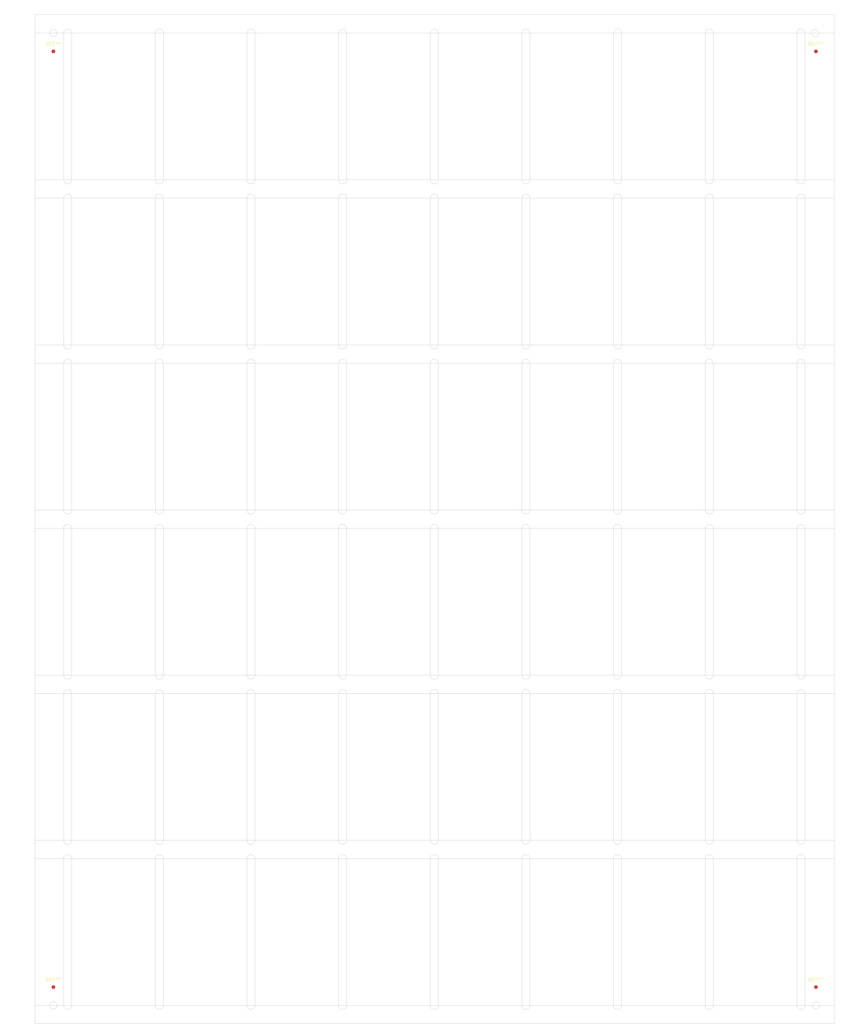
<source format=kicad_pcb>
(kicad_pcb (version 20211014) (generator pcbnew)
  (layers (0 "F.Cu" signal) (31 "B.Cu" signal) (34 "B.Paste" user) (35 "F.Paste" user) (36 "B.SilkS" user "B.Silkscreen") (37 "F.SilkS" user "F.Silkscreen") (38 "B.Mask" user) (39 "F.Mask" user) (44 "Edge.Cuts" user))
  (net 0 "")
  (footprint "Fiducial:Fiducial_1mm_Mask2mm" (layer "F.Cu") (at 5 10)
    (fp_text reference "REF**" (at 0 -2) (layer "F.SilkS"))
    (fp_text value "Fiducial_1mm_Mask2mm")
    (pad "" smd circle locked (at 0 0) (size 1 1) (layers "F.Cu" "F.Mask") (clearance 0.5))
  )
  (footprint "Fiducial:Fiducial_1mm_Mask2mm" (layer "F.Cu") (at 213 10)
    (fp_text reference "REF**" (at 0 -2) (layer "F.SilkS"))
    (fp_text value "Fiducial_1mm_Mask2mm")
    (pad "" smd circle locked (at 0 0) (size 1 1) (layers "F.Cu" "F.Mask") (clearance 0.5))
  )
  (footprint "Fiducial:Fiducial_1mm_Mask2mm" (layer "F.Cu") (at 5 265)
    (fp_text reference "REF**" (at 0 -2) (layer "F.SilkS"))
    (fp_text value "Fiducial_1mm_Mask2mm")
    (pad "" smd circle locked (at 0 0) (size 1 1) (layers "F.Cu" "F.Mask") (clearance 0.5))
  )
  (footprint "Fiducial:Fiducial_1mm_Mask2mm" (layer "F.Cu") (at 213 265)
    (fp_text reference "REF**" (at 0 -2) (layer "F.SilkS"))
    (fp_text value "Fiducial_1mm_Mask2mm")
    (pad "" smd circle locked (at 0 0) (size 1 1) (layers "F.Cu" "F.Mask") (clearance 0.5))
  )
  (gr_line (start 0 0) (end 0 275) (layer "Edge.Cuts") (width 0.1))
  (gr_line (start 0 0) (end 218 0) (layer "Edge.Cuts") (width 0.1))
  (gr_line (start 32.8 5) (end 32.8 45) (layer "Edge.Cuts") (width 0.1))
  (gr_line (start 82.8 5) (end 82.8 45) (layer "Edge.Cuts") (width 0.1))
  (gr_line (start 132.8 5) (end 132.8 45) (layer "Edge.Cuts") (width 0.1))
  (gr_line (start 182.8 5) (end 182.8 45) (layer "Edge.Cuts") (width 0.1))
  (gr_line (start 0 275) (end 218 275) (layer "Edge.Cuts") (width 0.1))
  (gr_line (start 0 135) (end 218 135) (layer "Edge.Cuts") (width 0.1))
  (gr_line (start 0 45) (end 218 45) (layer "Edge.Cuts") (width 0.1))
  (gr_line (start 0 90) (end 218 90) (layer "Edge.Cuts") (width 0.1))
  (gr_line (start 0 95) (end 218 95) (layer "Edge.Cuts") (width 0.1))
  (gr_line (start 0 180) (end 218 180) (layer "Edge.Cuts") (width 0.1))
  (gr_line (start 0 185) (end 218 185) (layer "Edge.Cuts") (width 0.1))
  (gr_line (start 0 230) (end 218 230) (layer "Edge.Cuts") (width 0.1))
  (gr_circle (center 5 270) (end 6 270) (layer "Edge.Cuts") (width 0.1) (fill none))
  (gr_circle (center 213 270) (end 214 270) (layer "Edge.Cuts") (width 0.1) (fill none))
  (gr_line (start 0 50) (end 218 50) (layer "Edge.Cuts") (width 0.1))
  (gr_line (start 0 140) (end 218 140) (layer "Edge.Cuts") (width 0.1))
  (gr_line (start 0 225) (end 218 225) (layer "Edge.Cuts") (width 0.1))
  (gr_line (start 57.8 5) (end 57.8 45) (layer "Edge.Cuts") (width 0.1))
  (gr_line (start 107.8 5) (end 107.8 45) (layer "Edge.Cuts") (width 0.1))
  (gr_line (start 157.8 5) (end 157.8 45) (layer "Edge.Cuts") (width 0.1))
  (gr_arc (start 32.8 95) (mid 33.9 93.9) (end 35 95) (layer "Edge.Cuts") (width 0.1))
  (gr_arc (start 10 225) (mid 8.9 226.1) (end 7.8 225) (layer "Edge.Cuts") (width 0.1))
  (gr_line (start 107.8 95) (end 107.8 135) (layer "Edge.Cuts") (width 0.1))
  (gr_arc (start 57.8 140) (mid 58.9 138.9) (end 60 140) (layer "Edge.Cuts") (width 0.1))
  (gr_arc (start 60 225) (mid 58.9 226.1) (end 57.8 225) (layer "Edge.Cuts") (width 0.1))
  (gr_arc (start 7.8 230) (mid 8.9 228.9) (end 10 230) (layer "Edge.Cuts") (width 0.1))
  (gr_arc (start 160 45) (mid 158.9 46.1) (end 157.8 45) (layer "Edge.Cuts") (width 0.1))
  (gr_line (start 135 95) (end 135 135) (layer "Edge.Cuts") (width 0.1))
  (gr_line (start 60 185) (end 60 225) (layer "Edge.Cuts") (width 0.1))
  (gr_line (start 160 5) (end 160 45) (layer "Edge.Cuts") (width 0.1))
  (gr_line (start 35 95) (end 35 135) (layer "Edge.Cuts") (width 0.1))
  (gr_arc (start 207.8 50) (mid 208.9 48.9) (end 210 50) (layer "Edge.Cuts") (width 0.1))
  (gr_arc (start 107.8 95) (mid 108.9 93.9) (end 110 95) (layer "Edge.Cuts") (width 0.1))
  (gr_arc (start 160 135) (mid 158.9 136.1) (end 157.8 135) (layer "Edge.Cuts") (width 0.1))
  (gr_arc (start 85 225) (mid 83.9 226.1) (end 82.8 225) (layer "Edge.Cuts") (width 0.1))
  (gr_line (start 210 50) (end 210 90) (layer "Edge.Cuts") (width 0.1))
  (gr_arc (start 210 225) (mid 208.9 226.1) (end 207.8 225) (layer "Edge.Cuts") (width 0.1))
  (gr_line (start 57.8 95) (end 57.8 135) (layer "Edge.Cuts") (width 0.1))
  (gr_arc (start 185 180) (mid 183.9 181.1) (end 182.8 180) (layer "Edge.Cuts") (width 0.1))
  (gr_arc (start 60 45) (mid 58.9 46.1) (end 57.8 45) (layer "Edge.Cuts") (width 0.1))
  (gr_arc (start 110 45) (mid 108.9 46.1) (end 107.8 45) (layer "Edge.Cuts") (width 0.1))
  (gr_line (start 57.8 185) (end 57.8 225) (layer "Edge.Cuts") (width 0.1))
  (gr_line (start 132.8 230) (end 132.8 270) (layer "Edge.Cuts") (width 0.1))
  (gr_arc (start 35 45) (mid 33.9 46.1) (end 32.8 45) (layer "Edge.Cuts") (width 0.1))
  (gr_line (start 7.8 230) (end 7.8 270) (layer "Edge.Cuts") (width 0.1))
  (gr_arc (start 135 90) (mid 133.9 91.1) (end 132.8 90) (layer "Edge.Cuts") (width 0.1))
  (gr_line (start 32.8 140) (end 32.8 180) (layer "Edge.Cuts") (width 0.1))
  (gr_line (start 210 5) (end 210 45) (layer "Edge.Cuts") (width 0.1))
  (gr_line (start 157.8 140) (end 157.8 180) (layer "Edge.Cuts") (width 0.1))
  (gr_line (start 207.8 230) (end 207.8 270) (layer "Edge.Cuts") (width 0.1))
  (gr_arc (start 182.8 95) (mid 183.9 93.9) (end 185 95) (layer "Edge.Cuts") (width 0.1))
  (gr_line (start 10 140) (end 10 180) (layer "Edge.Cuts") (width 0.1))
  (gr_arc (start 110 180) (mid 108.9 181.1) (end 107.8 180) (layer "Edge.Cuts") (width 0.1))
  (gr_arc (start 85 135) (mid 83.9 136.1) (end 82.8 135) (layer "Edge.Cuts") (width 0.1))
  (gr_line (start 135 5) (end 135 45) (layer "Edge.Cuts") (width 0.1))
  (gr_line (start 82.8 140) (end 82.8 180) (layer "Edge.Cuts") (width 0.1))
  (gr_line (start 0 5) (end 218 5) (layer "Edge.Cuts") (width 0.1))
  (gr_arc (start 85 180) (mid 83.9 181.1) (end 82.8 180) (layer "Edge.Cuts") (width 0.1))
  (gr_arc (start 82.8 185) (mid 83.9 183.9) (end 85 185) (layer "Edge.Cuts") (width 0.1))
  (gr_line (start 182.8 185) (end 182.8 225) (layer "Edge.Cuts") (width 0.1))
  (gr_arc (start 160 270) (mid 158.9 271.1) (end 157.8 270) (layer "Edge.Cuts") (width 0.1))
  (gr_arc (start 157.8 140) (mid 158.9 138.9) (end 160 140) (layer "Edge.Cuts") (width 0.1))
  (gr_arc (start 132.8 230) (mid 133.9 228.9) (end 135 230) (layer "Edge.Cuts") (width 0.1))
  (gr_arc (start 85 270) (mid 83.9 271.1) (end 82.8 270) (layer "Edge.Cuts") (width 0.1))
  (gr_arc (start 185 135) (mid 183.9 136.1) (end 182.8 135) (layer "Edge.Cuts") (width 0.1))
  (gr_line (start 135 230) (end 135 270) (layer "Edge.Cuts") (width 0.1))
  (gr_arc (start 107.8 230) (mid 108.9 228.9) (end 110 230) (layer "Edge.Cuts") (width 0.1))
  (gr_line (start 135 140) (end 135 180) (layer "Edge.Cuts") (width 0.1))
  (gr_line (start 207.8 95) (end 207.8 135) (layer "Edge.Cuts") (width 0.1))
  (gr_arc (start 35 225) (mid 33.9 226.1) (end 32.8 225) (layer "Edge.Cuts") (width 0.1))
  (gr_line (start 132.8 95) (end 132.8 135) (layer "Edge.Cuts") (width 0.1))
  (gr_arc (start 132.8 95) (mid 133.9 93.9) (end 135 95) (layer "Edge.Cuts") (width 0.1))
  (gr_line (start 82.8 230) (end 82.8 270) (layer "Edge.Cuts") (width 0.1))
  (gr_arc (start 32.8 50) (mid 33.9 48.9) (end 35 50) (layer "Edge.Cuts") (width 0.1))
  (gr_arc (start 135 45) (mid 133.9 46.1) (end 132.8 45) (layer "Edge.Cuts") (width 0.1))
  (gr_line (start 110 230) (end 110 270) (layer "Edge.Cuts") (width 0.1))
  (gr_line (start 35 230) (end 35 270) (layer "Edge.Cuts") (width 0.1))
  (gr_line (start 182.8 95) (end 182.8 135) (layer "Edge.Cuts") (width 0.1))
  (gr_arc (start 160 90) (mid 158.9 91.1) (end 157.8 90) (layer "Edge.Cuts") (width 0.1))
  (gr_line (start 57.8 50) (end 57.8 90) (layer "Edge.Cuts") (width 0.1))
  (gr_line (start 157.8 50) (end 157.8 90) (layer "Edge.Cuts") (width 0.1))
  (gr_arc (start 35 180) (mid 33.9 181.1) (end 32.8 180) (layer "Edge.Cuts") (width 0.1))
  (gr_line (start 57.8 140) (end 57.8 180) (layer "Edge.Cuts") (width 0.1))
  (gr_line (start 132.8 140) (end 132.8 180) (layer "Edge.Cuts") (width 0.1))
  (gr_arc (start 32.8 140) (mid 33.9 138.9) (end 35 140) (layer "Edge.Cuts") (width 0.1))
  (gr_line (start 35 140) (end 35 180) (layer "Edge.Cuts") (width 0.1))
  (gr_line (start 182.8 50) (end 182.8 90) (layer "Edge.Cuts") (width 0.1))
  (gr_line (start 35 50) (end 35 90) (layer "Edge.Cuts") (width 0.1))
  (gr_line (start 35 5) (end 35 45) (layer "Edge.Cuts") (width 0.1))
  (gr_arc (start 57.8 185) (mid 58.9 183.9) (end 60 185) (layer "Edge.Cuts") (width 0.1))
  (gr_arc (start 210 135) (mid 208.9 136.1) (end 207.8 135) (layer "Edge.Cuts") (width 0.1))
  (gr_line (start 7.8 140) (end 7.8 180) (layer "Edge.Cuts") (width 0.1))
  (gr_line (start 60 140) (end 60 180) (layer "Edge.Cuts") (width 0.1))
  (gr_arc (start 135 180) (mid 133.9 181.1) (end 132.8 180) (layer "Edge.Cuts") (width 0.1))
  (gr_line (start 185 95) (end 185 135) (layer "Edge.Cuts") (width 0.1))
  (gr_arc (start 35 270) (mid 33.9 271.1) (end 32.8 270) (layer "Edge.Cuts") (width 0.1))
  (gr_line (start 10 95) (end 10 135) (layer "Edge.Cuts") (width 0.1))
  (gr_line (start 218 0) (end 218 275) (layer "Edge.Cuts") (width 0.1))
  (gr_line (start 157.8 185) (end 157.8 225) (layer "Edge.Cuts") (width 0.1))
  (gr_arc (start 7.8 185) (mid 8.9 183.9) (end 10 185) (layer "Edge.Cuts") (width 0.1))
  (gr_arc (start 10 135) (mid 8.9 136.1) (end 7.8 135) (layer "Edge.Cuts") (width 0.1))
  (gr_arc (start 35 135) (mid 33.9 136.1) (end 32.8 135) (layer "Edge.Cuts") (width 0.1))
  (gr_line (start 210 95) (end 210 135) (layer "Edge.Cuts") (width 0.1))
  (gr_arc (start 7.8 95) (mid 8.9 93.9) (end 10 95) (layer "Edge.Cuts") (width 0.1))
  (gr_line (start 207.8 185) (end 207.8 225) (layer "Edge.Cuts") (width 0.1))
  (gr_arc (start 57.8 230) (mid 58.9 228.9) (end 60 230) (layer "Edge.Cuts") (width 0.1))
  (gr_arc (start 110 90) (mid 108.9 91.1) (end 107.8 90) (layer "Edge.Cuts") (width 0.1))
  (gr_arc (start 60 270) (mid 58.9 271.1) (end 57.8 270) (layer "Edge.Cuts") (width 0.1))
  (gr_line (start 82.8 185) (end 82.8 225) (layer "Edge.Cuts") (width 0.1))
  (gr_arc (start 132.8 5) (mid 133.9 3.9) (end 135 5) (layer "Edge.Cuts") (width 0.1))
  (gr_arc (start 10 270) (mid 8.9 271.1) (end 7.8 270) (layer "Edge.Cuts") (width 0.1))
  (gr_arc (start 207.8 140) (mid 208.9 138.9) (end 210 140) (layer "Edge.Cuts") (width 0.1))
  (gr_line (start 60 230) (end 60 270) (layer "Edge.Cuts") (width 0.1))
  (gr_line (start 35 185) (end 35 225) (layer "Edge.Cuts") (width 0.1))
  (gr_arc (start 207.8 5) (mid 208.9 3.9) (end 210 5) (layer "Edge.Cuts") (width 0.1))
  (gr_line (start 157.8 230) (end 157.8 270) (layer "Edge.Cuts") (width 0.1))
  (gr_arc (start 7.8 140) (mid 8.9 138.9) (end 10 140) (layer "Edge.Cuts") (width 0.1))
  (gr_line (start 60 95) (end 60 135) (layer "Edge.Cuts") (width 0.1))
  (gr_line (start 10 230) (end 10 270) (layer "Edge.Cuts") (width 0.1))
  (gr_line (start 10 5) (end 10 45) (layer "Edge.Cuts") (width 0.1))
  (gr_line (start 207.8 50) (end 207.8 90) (layer "Edge.Cuts") (width 0.1))
  (gr_line (start 32.8 185) (end 32.8 225) (layer "Edge.Cuts") (width 0.1))
  (gr_arc (start 207.8 185) (mid 208.9 183.9) (end 210 185) (layer "Edge.Cuts") (width 0.1))
  (gr_line (start 110 185) (end 110 225) (layer "Edge.Cuts") (width 0.1))
  (gr_line (start 57.8 230) (end 57.8 270) (layer "Edge.Cuts") (width 0.1))
  (gr_line (start 110 95) (end 110 135) (layer "Edge.Cuts") (width 0.1))
  (gr_arc (start 32.8 5) (mid 33.9 3.9) (end 35 5) (layer "Edge.Cuts") (width 0.1))
  (gr_arc (start 132.8 185) (mid 133.9 183.9) (end 135 185) (layer "Edge.Cuts") (width 0.1))
  (gr_arc (start 107.8 5) (mid 108.9 3.9) (end 110 5) (layer "Edge.Cuts") (width 0.1))
  (gr_line (start 210 230) (end 210 270) (layer "Edge.Cuts") (width 0.1))
  (gr_line (start 85 5) (end 85 45) (layer "Edge.Cuts") (width 0.1))
  (gr_arc (start 60 180) (mid 58.9 181.1) (end 57.8 180) (layer "Edge.Cuts") (width 0.1))
  (gr_arc (start 157.8 230) (mid 158.9 228.9) (end 160 230) (layer "Edge.Cuts") (width 0.1))
  (gr_line (start 182.8 230) (end 182.8 270) (layer "Edge.Cuts") (width 0.1))
  (gr_line (start 207.8 140) (end 207.8 180) (layer "Edge.Cuts") (width 0.1))
  (gr_arc (start 110 135) (mid 108.9 136.1) (end 107.8 135) (layer "Edge.Cuts") (width 0.1))
  (gr_line (start 107.8 230) (end 107.8 270) (layer "Edge.Cuts") (width 0.1))
  (gr_line (start 7.8 185) (end 7.8 225) (layer "Edge.Cuts") (width 0.1))
  (gr_line (start 210 140) (end 210 180) (layer "Edge.Cuts") (width 0.1))
  (gr_arc (start 185 90) (mid 183.9 91.1) (end 182.8 90) (layer "Edge.Cuts") (width 0.1))
  (gr_arc (start 85 90) (mid 83.9 91.1) (end 82.8 90) (layer "Edge.Cuts") (width 0.1))
  (gr_line (start 132.8 50) (end 132.8 90) (layer "Edge.Cuts") (width 0.1))
  (gr_line (start 157.8 95) (end 157.8 135) (layer "Edge.Cuts") (width 0.1))
  (gr_line (start 32.8 95) (end 32.8 135) (layer "Edge.Cuts") (width 0.1))
  (gr_line (start 207.8 5) (end 207.8 45) (layer "Edge.Cuts") (width 0.1))
  (gr_line (start 132.8 185) (end 132.8 225) (layer "Edge.Cuts") (width 0.1))
  (gr_arc (start 135 270) (mid 133.9 271.1) (end 132.8 270) (layer "Edge.Cuts") (width 0.1))
  (gr_line (start 110 50) (end 110 90) (layer "Edge.Cuts") (width 0.1))
  (gr_line (start 60 50) (end 60 90) (layer "Edge.Cuts") (width 0.1))
  (gr_arc (start 210 90) (mid 208.9 91.1) (end 207.8 90) (layer "Edge.Cuts") (width 0.1))
  (gr_arc (start 10 180) (mid 8.9 181.1) (end 7.8 180) (layer "Edge.Cuts") (width 0.1))
  (gr_arc (start 107.8 50) (mid 108.9 48.9) (end 110 50) (layer "Edge.Cuts") (width 0.1))
  (gr_arc (start 207.8 95) (mid 208.9 93.9) (end 210 95) (layer "Edge.Cuts") (width 0.1))
  (gr_line (start 185 185) (end 185 225) (layer "Edge.Cuts") (width 0.1))
  (gr_line (start 85 140) (end 85 180) (layer "Edge.Cuts") (width 0.1))
  (gr_arc (start 207.8 230) (mid 208.9 228.9) (end 210 230) (layer "Edge.Cuts") (width 0.1))
  (gr_arc (start 60 90) (mid 58.9 91.1) (end 57.8 90) (layer "Edge.Cuts") (width 0.1))
  (gr_arc (start 160 225) (mid 158.9 226.1) (end 157.8 225) (layer "Edge.Cuts") (width 0.1))
  (gr_arc (start 57.8 95) (mid 58.9 93.9) (end 60 95) (layer "Edge.Cuts") (width 0.1))
  (gr_line (start 110 140) (end 110 180) (layer "Edge.Cuts") (width 0.1))
  (gr_line (start 82.8 50) (end 82.8 90) (layer "Edge.Cuts") (width 0.1))
  (gr_arc (start 10 45) (mid 8.9 46.1) (end 7.8 45) (layer "Edge.Cuts") (width 0.1))
  (gr_line (start 10 185) (end 10 225) (layer "Edge.Cuts") (width 0.1))
  (gr_arc (start 132.8 50) (mid 133.9 48.9) (end 135 50) (layer "Edge.Cuts") (width 0.1))
  (gr_line (start 7.8 95) (end 7.8 135) (layer "Edge.Cuts") (width 0.1))
  (gr_arc (start 10 90) (mid 8.9 91.1) (end 7.8 90) (layer "Edge.Cuts") (width 0.1))
  (gr_line (start 85 230) (end 85 270) (layer "Edge.Cuts") (width 0.1))
  (gr_arc (start 157.8 5) (mid 158.9 3.9) (end 160 5) (layer "Edge.Cuts") (width 0.1))
  (gr_line (start 107.8 50) (end 107.8 90) (layer "Edge.Cuts") (width 0.1))
  (gr_arc (start 135 135) (mid 133.9 136.1) (end 132.8 135) (layer "Edge.Cuts") (width 0.1))
  (gr_arc (start 185 270) (mid 183.9 271.1) (end 182.8 270) (layer "Edge.Cuts") (width 0.1))
  (gr_line (start 160 140) (end 160 180) (layer "Edge.Cuts") (width 0.1))
  (gr_arc (start 210 180) (mid 208.9 181.1) (end 207.8 180) (layer "Edge.Cuts") (width 0.1))
  (gr_arc (start 210 45) (mid 208.9 46.1) (end 207.8 45) (layer "Edge.Cuts") (width 0.1))
  (gr_arc (start 60 135) (mid 58.9 136.1) (end 57.8 135) (layer "Edge.Cuts") (width 0.1))
  (gr_line (start 85 50) (end 85 90) (layer "Edge.Cuts") (width 0.1))
  (gr_line (start 7.8 5) (end 7.8 45) (layer "Edge.Cuts") (width 0.1))
  (gr_arc (start 57.8 50) (mid 58.9 48.9) (end 60 50) (layer "Edge.Cuts") (width 0.1))
  (gr_arc (start 185 225) (mid 183.9 226.1) (end 182.8 225) (layer "Edge.Cuts") (width 0.1))
  (gr_arc (start 7.8 5) (mid 8.9 3.9) (end 10 5) (layer "Edge.Cuts") (width 0.1))
  (gr_arc (start 210 270) (mid 208.9 271.1) (end 207.8 270) (layer "Edge.Cuts") (width 0.1))
  (gr_arc (start 182.8 230) (mid 183.9 228.9) (end 185 230) (layer "Edge.Cuts") (width 0.1))
  (gr_line (start 7.8 50) (end 7.8 90) (layer "Edge.Cuts") (width 0.1))
  (gr_arc (start 182.8 5) (mid 183.9 3.9) (end 185 5) (layer "Edge.Cuts") (width 0.1))
  (gr_line (start 32.8 230) (end 32.8 270) (layer "Edge.Cuts") (width 0.1))
  (gr_arc (start 32.8 230) (mid 33.9 228.9) (end 35 230) (layer "Edge.Cuts") (width 0.1))
  (gr_arc (start 7.8 50) (mid 8.9 48.9) (end 10 50) (layer "Edge.Cuts") (width 0.1))
  (gr_line (start 135 185) (end 135 225) (layer "Edge.Cuts") (width 0.1))
  (gr_line (start 160 50) (end 160 90) (layer "Edge.Cuts") (width 0.1))
  (gr_line (start 82.8 95) (end 82.8 135) (layer "Edge.Cuts") (width 0.1))
  (gr_arc (start 82.8 230) (mid 83.9 228.9) (end 85 230) (layer "Edge.Cuts") (width 0.1))
  (gr_line (start 10 50) (end 10 90) (layer "Edge.Cuts") (width 0.1))
  (gr_line (start 85 95) (end 85 135) (layer "Edge.Cuts") (width 0.1))
  (gr_arc (start 35 90) (mid 33.9 91.1) (end 32.8 90) (layer "Edge.Cuts") (width 0.1))
  (gr_arc (start 57.8 5) (mid 58.9 3.9) (end 60 5) (layer "Edge.Cuts") (width 0.1))
  (gr_arc (start 107.8 185) (mid 108.9 183.9) (end 110 185) (layer "Edge.Cuts") (width 0.1))
  (gr_arc (start 160 180) (mid 158.9 181.1) (end 157.8 180) (layer "Edge.Cuts") (width 0.1))
  (gr_line (start 185 5) (end 185 45) (layer "Edge.Cuts") (width 0.1))
  (gr_line (start 185 140) (end 185 180) (layer "Edge.Cuts") (width 0.1))
  (gr_line (start 110 5) (end 110 45) (layer "Edge.Cuts") (width 0.1))
  (gr_arc (start 82.8 95) (mid 83.9 93.9) (end 85 95) (layer "Edge.Cuts") (width 0.1))
  (gr_arc (start 107.8 140) (mid 108.9 138.9) (end 110 140) (layer "Edge.Cuts") (width 0.1))
  (gr_arc (start 82.8 5) (mid 83.9 3.9) (end 85 5) (layer "Edge.Cuts") (width 0.1))
  (gr_arc (start 82.8 140) (mid 83.9 138.9) (end 85 140) (layer "Edge.Cuts") (width 0.1))
  (gr_arc (start 135 225) (mid 133.9 226.1) (end 132.8 225) (layer "Edge.Cuts") (width 0.1))
  (gr_line (start 185 230) (end 185 270) (layer "Edge.Cuts") (width 0.1))
  (gr_arc (start 157.8 95) (mid 158.9 93.9) (end 160 95) (layer "Edge.Cuts") (width 0.1))
  (gr_line (start 182.8 140) (end 182.8 180) (layer "Edge.Cuts") (width 0.1))
  (gr_arc (start 85 45) (mid 83.9 46.1) (end 82.8 45) (layer "Edge.Cuts") (width 0.1))
  (gr_line (start 107.8 140) (end 107.8 180) (layer "Edge.Cuts") (width 0.1))
  (gr_line (start 85 185) (end 85 225) (layer "Edge.Cuts") (width 0.1))
  (gr_arc (start 182.8 185) (mid 183.9 183.9) (end 185 185) (layer "Edge.Cuts") (width 0.1))
  (gr_arc (start 32.8 185) (mid 33.9 183.9) (end 35 185) (layer "Edge.Cuts") (width 0.1))
  (gr_line (start 160 185) (end 160 225) (layer "Edge.Cuts") (width 0.1))
  (gr_line (start 32.8 50) (end 32.8 90) (layer "Edge.Cuts") (width 0.1))
  (gr_circle (center 212.8 5) (end 213.8 5) (layer "Edge.Cuts") (width 0.1) (fill none))
  (gr_arc (start 182.8 50) (mid 183.9 48.9) (end 185 50) (layer "Edge.Cuts") (width 0.1))
  (gr_circle (center 5 5) (end 6 5) (layer "Edge.Cuts") (width 0.1) (fill none))
  (gr_arc (start 185 45) (mid 183.9 46.1) (end 182.8 45) (layer "Edge.Cuts") (width 0.1))
  (gr_line (start 60 5) (end 60 45) (layer "Edge.Cuts") (width 0.1))
  (gr_arc (start 182.8 140) (mid 183.9 138.9) (end 185 140) (layer "Edge.Cuts") (width 0.1))
  (gr_arc (start 82.8 50) (mid 83.9 48.9) (end 85 50) (layer "Edge.Cuts") (width 0.1))
  (gr_line (start 107.8 185) (end 107.8 225) (layer "Edge.Cuts") (width 0.1))
  (gr_line (start 160 95) (end 160 135) (layer "Edge.Cuts") (width 0.1))
  (gr_arc (start 157.8 185) (mid 158.9 183.9) (end 160 185) (layer "Edge.Cuts") (width 0.1))
  (gr_line (start 210 185) (end 210 225) (layer "Edge.Cuts") (width 0.1))
  (gr_arc (start 110 270) (mid 108.9 271.1) (end 107.8 270) (layer "Edge.Cuts") (width 0.1))
  (gr_line (start 160 230) (end 160 270) (layer "Edge.Cuts") (width 0.1))
  (gr_arc (start 132.8 140) (mid 133.9 138.9) (end 135 140) (layer "Edge.Cuts") (width 0.1))
  (gr_line (start 135 50) (end 135 90) (layer "Edge.Cuts") (width 0.1))
  (gr_arc (start 157.8 50) (mid 158.9 48.9) (end 160 50) (layer "Edge.Cuts") (width 0.1))
  (gr_arc (start 110 225) (mid 108.9 226.1) (end 107.8 225) (layer "Edge.Cuts") (width 0.1))
  (gr_line (start 0 270) (end 218 270) (layer "Edge.Cuts") (width 0.1))
  (gr_line (start 185 50) (end 185 90) (layer "Edge.Cuts") (width 0.1))
)
</source>
